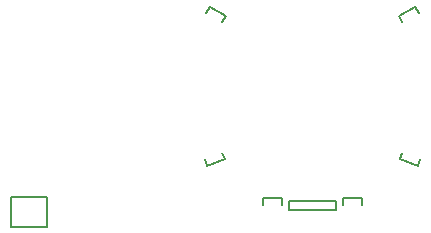
<source format=gbr>
G04 #@! TF.FileFunction,Legend,Top*
%FSLAX46Y46*%
G04 Gerber Fmt 4.6, Leading zero omitted, Abs format (unit mm)*
G04 Created by KiCad (PCBNEW 4.0.7-e2-6376~58~ubuntu14.04.1) date Thu May 17 14:08:47 2018*
%MOMM*%
%LPD*%
G01*
G04 APERTURE LIST*
%ADD10C,0.100000*%
%ADD11C,0.150000*%
G04 APERTURE END LIST*
D10*
D11*
X98692820Y-133233975D02*
X98992820Y-133753590D01*
X97307180Y-134033975D02*
X98692820Y-133233975D01*
X97607180Y-134553590D02*
X97307180Y-134033975D01*
X97406226Y-146166077D02*
X97611438Y-145602261D01*
X98909734Y-146713309D02*
X97406226Y-146166077D01*
X99114946Y-146149493D02*
X98909734Y-146713309D01*
X88000000Y-149700000D02*
X88000000Y-150450000D01*
X92000000Y-149700000D02*
X88000000Y-149700000D01*
X92000000Y-150450000D02*
X92000000Y-149700000D01*
X88000000Y-150450000D02*
X92000000Y-150450000D01*
X87400000Y-149400000D02*
X87400000Y-150000000D01*
X85800000Y-149400000D02*
X87400000Y-149400000D01*
X85800000Y-150000000D02*
X85800000Y-149400000D01*
X94200000Y-149400000D02*
X94200000Y-150000000D01*
X92600000Y-149400000D02*
X94200000Y-149400000D01*
X92600000Y-150000000D02*
X92600000Y-149400000D01*
X64500000Y-151850000D02*
X64500000Y-149350000D01*
X67500000Y-151850000D02*
X64500000Y-151850000D01*
X67500000Y-149350000D02*
X67500000Y-151850000D01*
X64500000Y-149350000D02*
X67500000Y-149350000D01*
X81090266Y-146713309D02*
X80885054Y-146149493D01*
X82593774Y-146166077D02*
X81090266Y-146713309D01*
X82388562Y-145602261D02*
X82593774Y-146166077D01*
X82692820Y-134033975D02*
X82392820Y-134553590D01*
X81307180Y-133233975D02*
X82692820Y-134033975D01*
X81007180Y-133753590D02*
X81307180Y-133233975D01*
M02*

</source>
